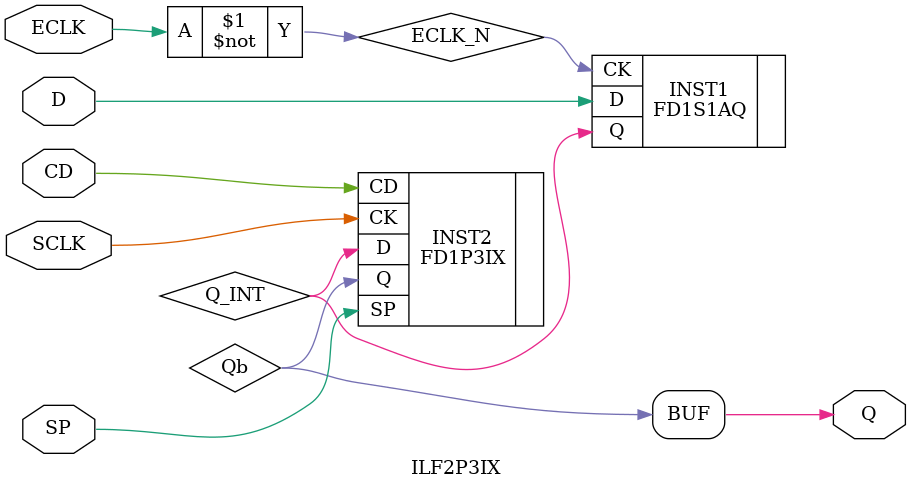
<source format=v>
`resetall
`timescale 1 ns / 1 ps

`celldefine

module ILF2P3IX (D, SP, ECLK, SCLK, CD, Q);
  parameter GSR = "ENABLED";
  defparam INST2.GSR = GSR;
  input  D, SP, ECLK, SCLK, CD;
  output Q;

  wire Qb;

  not (ECLK_N, ECLK);
  FD1S1AQ INST1 (.D(D), .CK(ECLK_N), .Q(Q_INT));
  FD1P3IX INST2 (.D(Q_INT), .SP(SP), .CK(SCLK), .CD(CD),
                 .Q(Qb));

  buf (Q, Qb);

endmodule

`endcelldefine

</source>
